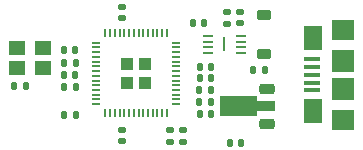
<source format=gbr>
%TF.GenerationSoftware,KiCad,Pcbnew,8.0.7*%
%TF.CreationDate,2025-01-16T05:51:54+01:00*%
%TF.ProjectId,RP2040Micro,52503230-3430-44d6-9963-726f2e6b6963,rev?*%
%TF.SameCoordinates,Original*%
%TF.FileFunction,Paste,Top*%
%TF.FilePolarity,Positive*%
%FSLAX46Y46*%
G04 Gerber Fmt 4.6, Leading zero omitted, Abs format (unit mm)*
G04 Created by KiCad (PCBNEW 8.0.7) date 2025-01-16 05:51:54*
%MOMM*%
%LPD*%
G01*
G04 APERTURE LIST*
G04 Aperture macros list*
%AMRoundRect*
0 Rectangle with rounded corners*
0 $1 Rounding radius*
0 $2 $3 $4 $5 $6 $7 $8 $9 X,Y pos of 4 corners*
0 Add a 4 corners polygon primitive as box body*
4,1,4,$2,$3,$4,$5,$6,$7,$8,$9,$2,$3,0*
0 Add four circle primitives for the rounded corners*
1,1,$1+$1,$2,$3*
1,1,$1+$1,$4,$5*
1,1,$1+$1,$6,$7*
1,1,$1+$1,$8,$9*
0 Add four rect primitives between the rounded corners*
20,1,$1+$1,$2,$3,$4,$5,0*
20,1,$1+$1,$4,$5,$6,$7,0*
20,1,$1+$1,$6,$7,$8,$9,0*
20,1,$1+$1,$8,$9,$2,$3,0*%
%AMFreePoly0*
4,1,9,3.862500,-0.866500,0.737500,-0.866500,0.737500,-0.450000,-0.737500,-0.450000,-0.737500,0.450000,0.737500,0.450000,0.737500,0.866500,3.862500,0.866500,3.862500,-0.866500,3.862500,-0.866500,$1*%
G04 Aperture macros list end*
%ADD10RoundRect,0.140000X-0.170000X0.140000X-0.170000X-0.140000X0.170000X-0.140000X0.170000X0.140000X0*%
%ADD11RoundRect,0.135000X0.135000X0.185000X-0.135000X0.185000X-0.135000X-0.185000X0.135000X-0.185000X0*%
%ADD12RoundRect,0.140000X0.140000X0.170000X-0.140000X0.170000X-0.140000X-0.170000X0.140000X-0.170000X0*%
%ADD13RoundRect,0.225000X0.375000X-0.225000X0.375000X0.225000X-0.375000X0.225000X-0.375000X-0.225000X0*%
%ADD14RoundRect,0.140000X-0.140000X-0.170000X0.140000X-0.170000X0.140000X0.170000X-0.140000X0.170000X0*%
%ADD15R,1.400000X1.200000*%
%ADD16RoundRect,0.140000X0.170000X-0.140000X0.170000X0.140000X-0.170000X0.140000X-0.170000X-0.140000X0*%
%ADD17RoundRect,0.225000X0.425000X0.225000X-0.425000X0.225000X-0.425000X-0.225000X0.425000X-0.225000X0*%
%ADD18FreePoly0,180.000000*%
%ADD19R,1.100000X1.100000*%
%ADD20RoundRect,0.045000X-0.045000X0.325000X-0.045000X-0.325000X0.045000X-0.325000X0.045000X0.325000X0*%
%ADD21RoundRect,0.045000X0.325000X0.045000X-0.325000X0.045000X-0.325000X-0.045000X0.325000X-0.045000X0*%
%ADD22R,0.651000X0.651000*%
%ADD23R,1.350000X0.400000*%
%ADD24R,1.600000X2.100000*%
%ADD25R,1.900000X1.800000*%
%ADD26R,1.900000X1.900000*%
%ADD27RoundRect,0.040000X-0.040000X-0.605000X0.040000X-0.605000X0.040000X0.605000X-0.040000X0.605000X0*%
%ADD28RoundRect,0.062500X-0.387500X-0.062500X0.387500X-0.062500X0.387500X0.062500X-0.387500X0.062500X0*%
%ADD29RoundRect,0.135000X0.185000X-0.135000X0.185000X0.135000X-0.185000X0.135000X-0.185000X-0.135000X0*%
G04 APERTURE END LIST*
D10*
%TO.C,C11*%
X115950000Y-95320000D03*
X115950000Y-96280000D03*
%TD*%
D11*
%TO.C,R2*%
X112060000Y-89675000D03*
X111040000Y-89675000D03*
%TD*%
D12*
%TO.C,C12*%
X112005000Y-90700000D03*
X111045000Y-90700000D03*
%TD*%
D11*
%TO.C,R4*%
X123495000Y-92950000D03*
X122475000Y-92950000D03*
%TD*%
D13*
%TO.C,D1*%
X127970000Y-88870000D03*
X127970000Y-85570000D03*
%TD*%
D14*
%TO.C,C14*%
X121930000Y-86280000D03*
X122890000Y-86280000D03*
%TD*%
D10*
%TO.C,C9*%
X120025000Y-95370000D03*
X120025000Y-96330000D03*
%TD*%
D14*
%TO.C,C6*%
X122515000Y-89975000D03*
X123475000Y-89975000D03*
%TD*%
D15*
%TO.C,Y1*%
X107050000Y-90125000D03*
X109250000Y-90125000D03*
X109250000Y-88425000D03*
X107050000Y-88425000D03*
%TD*%
D10*
%TO.C,C10*%
X121070000Y-95376000D03*
X121070000Y-96336000D03*
%TD*%
D16*
%TO.C,C13*%
X115975000Y-85855000D03*
X115975000Y-84895000D03*
%TD*%
D17*
%TO.C,U2*%
X128220000Y-94830000D03*
D18*
X128132500Y-93330000D03*
D17*
X128220000Y-91830000D03*
%TD*%
D14*
%TO.C,C2*%
X125060000Y-96420000D03*
X126020000Y-96420000D03*
%TD*%
D19*
%TO.C,U1*%
X117919800Y-91326000D03*
X117919800Y-89776000D03*
X116369800Y-91326000D03*
X116369800Y-89776000D03*
D20*
X119744800Y-87166000D03*
X119344800Y-87166000D03*
X118944800Y-87166000D03*
X118544800Y-87166000D03*
X118144800Y-87166000D03*
X117744800Y-87166000D03*
X117344800Y-87166000D03*
X116944800Y-87166000D03*
X116544800Y-87166000D03*
X116144800Y-87166000D03*
X115744800Y-87166000D03*
X115344800Y-87166000D03*
X114944800Y-87166000D03*
X114544800Y-87166000D03*
D21*
X113759800Y-87951000D03*
X113759800Y-88351000D03*
X113759800Y-88751000D03*
X113759800Y-89151000D03*
X113759800Y-89551000D03*
X113759800Y-89951000D03*
X113759800Y-90351000D03*
X113759800Y-90751000D03*
X113759800Y-91151000D03*
X113759800Y-91551000D03*
X113759800Y-91951000D03*
X113759800Y-92351000D03*
X113759800Y-92751000D03*
X113759800Y-93151000D03*
D20*
X114544800Y-93936000D03*
X114944800Y-93936000D03*
X115344800Y-93936000D03*
X115744800Y-93936000D03*
X116144800Y-93936000D03*
X116544800Y-93936000D03*
X116944800Y-93936000D03*
X117344800Y-93936000D03*
X117744800Y-93936000D03*
X118144800Y-93936000D03*
X118544800Y-93936000D03*
X118944800Y-93936000D03*
X119344800Y-93936000D03*
X119744800Y-93936000D03*
D21*
X120529800Y-93151000D03*
X120529800Y-92751000D03*
X120529800Y-92351000D03*
X120529800Y-91951000D03*
X120529800Y-91551000D03*
X120529800Y-91151000D03*
X120529800Y-90751000D03*
X120529800Y-90351000D03*
X120529800Y-89951000D03*
X120529800Y-89551000D03*
X120529800Y-89151000D03*
X120529800Y-88751000D03*
X120529800Y-88351000D03*
X120529800Y-87951000D03*
D22*
X117919800Y-91326000D03*
X117919800Y-89776000D03*
X116369800Y-91326000D03*
X116369800Y-89776000D03*
%TD*%
D14*
%TO.C,C5*%
X106845000Y-91600000D03*
X107805000Y-91600000D03*
%TD*%
%TO.C,C8*%
X122520000Y-93950000D03*
X123480000Y-93950000D03*
%TD*%
D12*
%TO.C,C4*%
X112005000Y-88600000D03*
X111045000Y-88600000D03*
%TD*%
D23*
%TO.C,J1*%
X132000000Y-91970000D03*
X132000000Y-91320000D03*
X132000000Y-90670000D03*
X132000000Y-90020000D03*
X132000000Y-89370000D03*
D24*
X132125000Y-93770000D03*
X132125000Y-87570000D03*
D25*
X134675000Y-94470000D03*
D26*
X134675000Y-91870000D03*
X134675000Y-89470000D03*
D25*
X134675000Y-86870000D03*
%TD*%
D11*
%TO.C,R6*%
X112075000Y-94050000D03*
X111055000Y-94050000D03*
%TD*%
D12*
%TO.C,C1*%
X128040000Y-90240000D03*
X127080000Y-90240000D03*
%TD*%
D11*
%TO.C,R3*%
X123495000Y-91950000D03*
X122475000Y-91950000D03*
%TD*%
D27*
%TO.C,U4*%
X124625000Y-88100000D03*
D28*
X123200000Y-87350000D03*
X123200000Y-87850000D03*
X123200000Y-88350000D03*
X123200000Y-88850000D03*
X126050000Y-88850000D03*
X126050000Y-88350000D03*
X126050000Y-87850000D03*
X126050000Y-87350000D03*
%TD*%
D14*
%TO.C,C15*%
X122520000Y-90950000D03*
X123480000Y-90950000D03*
%TD*%
D29*
%TO.C,R1*%
X124870000Y-86350000D03*
X124870000Y-85330000D03*
%TD*%
D12*
%TO.C,C7*%
X112030000Y-91700000D03*
X111070000Y-91700000D03*
%TD*%
D16*
%TO.C,C3*%
X125900000Y-86280000D03*
X125900000Y-85320000D03*
%TD*%
M02*

</source>
